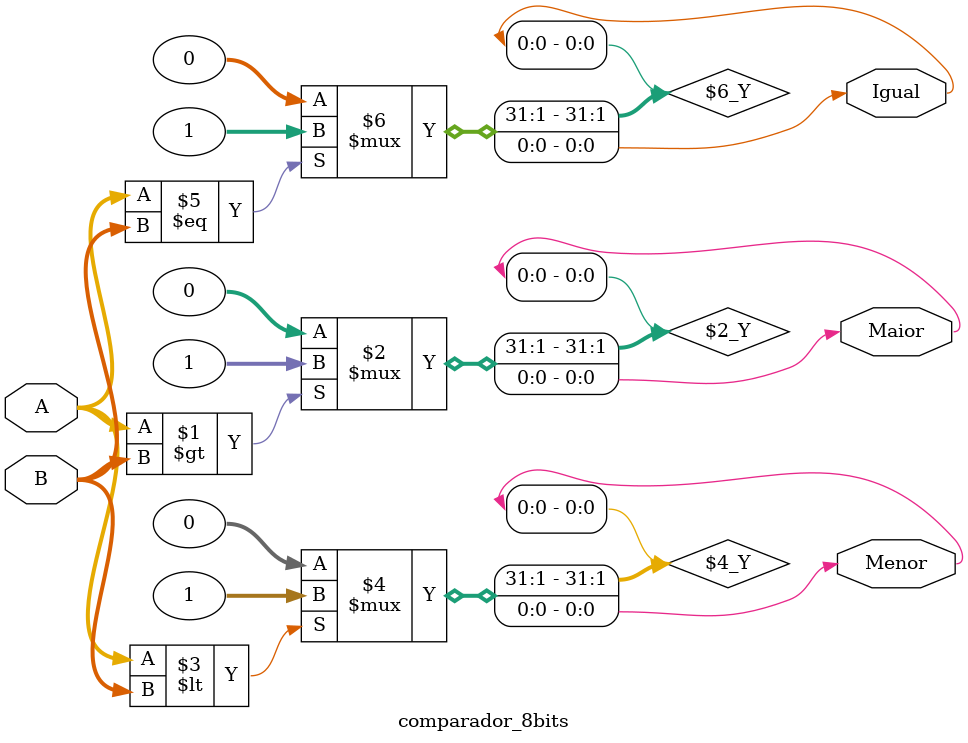
<source format=v>
`ifndef COMPARADOR_8BITS
`define COMPARADOR_8BITS

module comparador_8bits(A, B, Maior, Menor, Igual);
    input [7:0] A, B;
    output Maior, Menor, Igual;

    assign Maior = (A > B) ? 1 : 0;
    assign Menor = (A < B) ? 1 : 0;
    assign Igual = (A == B) ? 1 : 0;
endmodule
`endif

</source>
